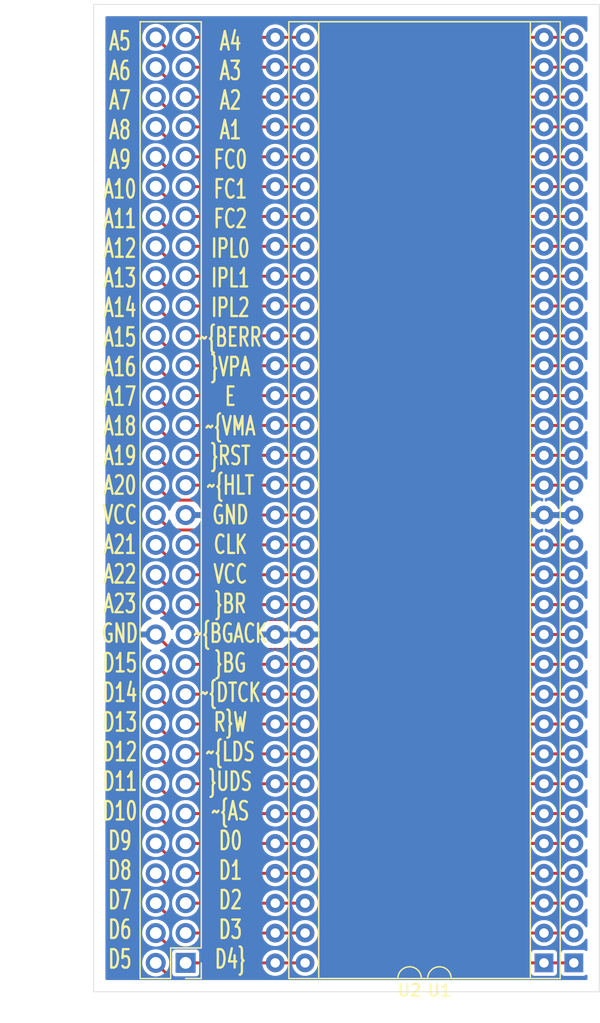
<source format=kicad_pcb>
(kicad_pcb (version 20171130) (host pcbnew 5.1.5-52549c5~84~ubuntu19.10.1)
  (layers (0 F.Cu signal) (31 B.Cu signal) (34 B.Paste user) (35 F.Paste user) (36 B.SilkS user) (37 F.SilkS user) (38 B.Mask user) (39 F.Mask user) (44 Edge.Cuts user))
  (net 0 "")
  (net 1 /D4)
  (net 2 /D5)
  (net 3 /D3)
  (net 4 /D6)
  (net 5 /D2)
  (net 6 /D7)
  (net 7 /D1)
  (net 8 /D8)
  (net 9 /D0)
  (net 10 /D9)
  (net 11 /~AS)
  (net 12 /D10)
  (net 13 /~UDS)
  (net 14 /D11)
  (net 15 /~LDS)
  (net 16 /D12)
  (net 17 /R~W)
  (net 18 /D13)
  (net 19 /~DTACK)
  (net 20 /D14)
  (net 21 /D15)
  (net 22 /~BGACK)
  (net 23 /~BR)
  (net 24 /A23)
  (net 25 /VCC1)
  (net 26 /A22)
  (net 27 /CLK)
  (net 28 /A21)
  (net 29 /VCC2)
  (net 30 /~HALT)
  (net 31 /A20)
  (net 32 /~RESET)
  (net 33 /A19)
  (net 34 /~VMA)
  (net 35 /A18)
  (net 36 /E)
  (net 37 /A17)
  (net 38 /~VPA)
  (net 39 /A16)
  (net 40 /~BERR)
  (net 41 /A15)
  (net 42 /IPL2)
  (net 43 /A14)
  (net 44 /IPL1)
  (net 45 /A13)
  (net 46 /IPL0)
  (net 47 /A12)
  (net 48 /FC2)
  (net 49 /A11)
  (net 50 /FC1)
  (net 51 /A10)
  (net 52 /FC0)
  (net 53 /A9)
  (net 54 /A1)
  (net 55 /A8)
  (net 56 /A2)
  (net 57 /A7)
  (net 58 /A3)
  (net 59 /A6)
  (net 60 /A4)
  (net 61 /A5)
  (net 62 /~BG)
  (net 63 GND)
  (module Housings_DIP:DIP-64_W22.86mm (layer F.Cu) (at 116.84 129.54 180)
    (fp_text reference U1 (at 11.43 -2.33) (layer F.SilkS))
    (fp_text value 68000D)
    (pad 1 thru_hole rect (at 0 0 180) (size 1.6 1.6) (drill 0.8) (layers *.Cu *.Mask) (net 1 /D4))
    (pad 33 thru_hole oval (at 22.86 78.74 180) (size 1.6 1.6) (drill 0.8) (layers *.Cu *.Mask) (net 61 /A5))
    (pad 2 thru_hole oval (at 0 2.54 180) (size 1.6 1.6) (drill 0.8) (layers *.Cu *.Mask) (net 3 /D3))
    (pad 34 thru_hole oval (at 22.86 76.2 180) (size 1.6 1.6) (drill 0.8) (layers *.Cu *.Mask) (net 59 /A6))
    (pad 3 thru_hole oval (at 0 5.08 180) (size 1.6 1.6) (drill 0.8) (layers *.Cu *.Mask) (net 5 /D2))
    (pad 35 thru_hole oval (at 22.86 73.66 180) (size 1.6 1.6) (drill 0.8) (layers *.Cu *.Mask) (net 57 /A7))
    (pad 4 thru_hole oval (at 0 7.62 180) (size 1.6 1.6) (drill 0.8) (layers *.Cu *.Mask) (net 7 /D1))
    (pad 36 thru_hole oval (at 22.86 71.12 180) (size 1.6 1.6) (drill 0.8) (layers *.Cu *.Mask) (net 55 /A8))
    (pad 5 thru_hole oval (at 0 10.16 180) (size 1.6 1.6) (drill 0.8) (layers *.Cu *.Mask) (net 9 /D0))
    (pad 37 thru_hole oval (at 22.86 68.58 180) (size 1.6 1.6) (drill 0.8) (layers *.Cu *.Mask) (net 53 /A9))
    (pad 6 thru_hole oval (at 0 12.7 180) (size 1.6 1.6) (drill 0.8) (layers *.Cu *.Mask) (net 11 /~AS))
    (pad 38 thru_hole oval (at 22.86 66.04 180) (size 1.6 1.6) (drill 0.8) (layers *.Cu *.Mask) (net 51 /A10))
    (pad 7 thru_hole oval (at 0 15.24 180) (size 1.6 1.6) (drill 0.8) (layers *.Cu *.Mask) (net 13 /~UDS))
    (pad 39 thru_hole oval (at 22.86 63.5 180) (size 1.6 1.6) (drill 0.8) (layers *.Cu *.Mask) (net 49 /A11))
    (pad 8 thru_hole oval (at 0 17.78 180) (size 1.6 1.6) (drill 0.8) (layers *.Cu *.Mask) (net 15 /~LDS))
    (pad 40 thru_hole oval (at 22.86 60.96 180) (size 1.6 1.6) (drill 0.8) (layers *.Cu *.Mask) (net 47 /A12))
    (pad 9 thru_hole oval (at 0 20.32 180) (size 1.6 1.6) (drill 0.8) (layers *.Cu *.Mask) (net 17 /R~W))
    (pad 41 thru_hole oval (at 22.86 58.42 180) (size 1.6 1.6) (drill 0.8) (layers *.Cu *.Mask) (net 45 /A13))
    (pad 10 thru_hole oval (at 0 22.86 180) (size 1.6 1.6) (drill 0.8) (layers *.Cu *.Mask) (net 19 /~DTACK))
    (pad 42 thru_hole oval (at 22.86 55.88 180) (size 1.6 1.6) (drill 0.8) (layers *.Cu *.Mask) (net 43 /A14))
    (pad 11 thru_hole oval (at 0 25.4 180) (size 1.6 1.6) (drill 0.8) (layers *.Cu *.Mask) (net 62 /~BG))
    (pad 43 thru_hole oval (at 22.86 53.34 180) (size 1.6 1.6) (drill 0.8) (layers *.Cu *.Mask) (net 41 /A15))
    (pad 12 thru_hole oval (at 0 27.94 180) (size 1.6 1.6) (drill 0.8) (layers *.Cu *.Mask) (net 22 /~BGACK))
    (pad 44 thru_hole oval (at 22.86 50.8 180) (size 1.6 1.6) (drill 0.8) (layers *.Cu *.Mask) (net 39 /A16))
    (pad 13 thru_hole oval (at 0 30.48 180) (size 1.6 1.6) (drill 0.8) (layers *.Cu *.Mask) (net 23 /~BR))
    (pad 45 thru_hole oval (at 22.86 48.26 180) (size 1.6 1.6) (drill 0.8) (layers *.Cu *.Mask) (net 37 /A17))
    (pad 14 thru_hole oval (at 0 33.02 180) (size 1.6 1.6) (drill 0.8) (layers *.Cu *.Mask) (net 25 /VCC1))
    (pad 46 thru_hole oval (at 22.86 45.72 180) (size 1.6 1.6) (drill 0.8) (layers *.Cu *.Mask) (net 35 /A18))
    (pad 15 thru_hole oval (at 0 35.56 180) (size 1.6 1.6) (drill 0.8) (layers *.Cu *.Mask) (net 27 /CLK))
    (pad 47 thru_hole oval (at 22.86 43.18 180) (size 1.6 1.6) (drill 0.8) (layers *.Cu *.Mask) (net 33 /A19))
    (pad 16 thru_hole oval (at 0 38.1 180) (size 1.6 1.6) (drill 0.8) (layers *.Cu *.Mask) (net 63 GND))
    (pad 48 thru_hole oval (at 22.86 40.64 180) (size 1.6 1.6) (drill 0.8) (layers *.Cu *.Mask) (net 31 /A20))
    (pad 17 thru_hole oval (at 0 40.64 180) (size 1.6 1.6) (drill 0.8) (layers *.Cu *.Mask) (net 30 /~HALT))
    (pad 49 thru_hole oval (at 22.86 38.1 180) (size 1.6 1.6) (drill 0.8) (layers *.Cu *.Mask) (net 29 /VCC2))
    (pad 18 thru_hole oval (at 0 43.18 180) (size 1.6 1.6) (drill 0.8) (layers *.Cu *.Mask) (net 32 /~RESET))
    (pad 50 thru_hole oval (at 22.86 35.56 180) (size 1.6 1.6) (drill 0.8) (layers *.Cu *.Mask) (net 28 /A21))
    (pad 19 thru_hole oval (at 0 45.72 180) (size 1.6 1.6) (drill 0.8) (layers *.Cu *.Mask) (net 34 /~VMA))
    (pad 51 thru_hole oval (at 22.86 33.02 180) (size 1.6 1.6) (drill 0.8) (layers *.Cu *.Mask) (net 26 /A22))
    (pad 20 thru_hole oval (at 0 48.26 180) (size 1.6 1.6) (drill 0.8) (layers *.Cu *.Mask) (net 36 /E))
    (pad 52 thru_hole oval (at 22.86 30.48 180) (size 1.6 1.6) (drill 0.8) (layers *.Cu *.Mask) (net 24 /A23))
    (pad 21 thru_hole oval (at 0 50.8 180) (size 1.6 1.6) (drill 0.8) (layers *.Cu *.Mask) (net 38 /~VPA))
    (pad 53 thru_hole oval (at 22.86 27.94 180) (size 1.6 1.6) (drill 0.8) (layers *.Cu *.Mask) (net 63 GND))
    (pad 22 thru_hole oval (at 0 53.34 180) (size 1.6 1.6) (drill 0.8) (layers *.Cu *.Mask) (net 40 /~BERR))
    (pad 54 thru_hole oval (at 22.86 25.4 180) (size 1.6 1.6) (drill 0.8) (layers *.Cu *.Mask) (net 21 /D15))
    (pad 23 thru_hole oval (at 0 55.88 180) (size 1.6 1.6) (drill 0.8) (layers *.Cu *.Mask) (net 42 /IPL2))
    (pad 55 thru_hole oval (at 22.86 22.86 180) (size 1.6 1.6) (drill 0.8) (layers *.Cu *.Mask) (net 20 /D14))
    (pad 24 thru_hole oval (at 0 58.42 180) (size 1.6 1.6) (drill 0.8) (layers *.Cu *.Mask) (net 44 /IPL1))
    (pad 56 thru_hole oval (at 22.86 20.32 180) (size 1.6 1.6) (drill 0.8) (layers *.Cu *.Mask) (net 18 /D13))
    (pad 25 thru_hole oval (at 0 60.96 180) (size 1.6 1.6) (drill 0.8) (layers *.Cu *.Mask) (net 46 /IPL0))
    (pad 57 thru_hole oval (at 22.86 17.78 180) (size 1.6 1.6) (drill 0.8) (layers *.Cu *.Mask) (net 16 /D12))
    (pad 26 thru_hole oval (at 0 63.5 180) (size 1.6 1.6) (drill 0.8) (layers *.Cu *.Mask) (net 48 /FC2))
    (pad 58 thru_hole oval (at 22.86 15.24 180) (size 1.6 1.6) (drill 0.8) (layers *.Cu *.Mask) (net 14 /D11))
    (pad 27 thru_hole oval (at 0 66.04 180) (size 1.6 1.6) (drill 0.8) (layers *.Cu *.Mask) (net 50 /FC1))
    (pad 59 thru_hole oval (at 22.86 12.7 180) (size 1.6 1.6) (drill 0.8) (layers *.Cu *.Mask) (net 12 /D10))
    (pad 28 thru_hole oval (at 0 68.58 180) (size 1.6 1.6) (drill 0.8) (layers *.Cu *.Mask) (net 52 /FC0))
    (pad 60 thru_hole oval (at 22.86 10.16 180) (size 1.6 1.6) (drill 0.8) (layers *.Cu *.Mask) (net 10 /D9))
    (pad 29 thru_hole oval (at 0 71.12 180) (size 1.6 1.6) (drill 0.8) (layers *.Cu *.Mask) (net 54 /A1))
    (pad 61 thru_hole oval (at 22.86 7.62 180) (size 1.6 1.6) (drill 0.8) (layers *.Cu *.Mask) (net 8 /D8))
    (pad 30 thru_hole oval (at 0 73.66 180) (size 1.6 1.6) (drill 0.8) (layers *.Cu *.Mask) (net 56 /A2))
    (pad 62 thru_hole oval (at 22.86 5.08 180) (size 1.6 1.6) (drill 0.8) (layers *.Cu *.Mask) (net 6 /D7))
    (pad 31 thru_hole oval (at 0 76.2 180) (size 1.6 1.6) (drill 0.8) (layers *.Cu *.Mask) (net 58 /A3))
    (pad 63 thru_hole oval (at 22.86 2.54 180) (size 1.6 1.6) (drill 0.8) (layers *.Cu *.Mask) (net 4 /D6))
    (pad 32 thru_hole oval (at 0 78.74 180) (size 1.6 1.6) (drill 0.8) (layers *.Cu *.Mask) (net 60 /A4))
    (pad 64 thru_hole oval (at 22.86 0 180) (size 1.6 1.6) (drill 0.8) (layers *.Cu *.Mask) (net 2 /D5))
  )
  (module Housings_DIP:DIP-64_W22.86mm (layer F.Cu) (at 114.3 129.54 180)
    (fp_text reference U2 (at 11.43 -2.33) (layer F.SilkS))
    (fp_text value 68000D)
    (pad 1 thru_hole rect (at 0 0 180) (size 1.6 1.6) (drill 0.8) (layers *.Cu *.Mask) (net 1 /D4))
    (pad 33 thru_hole oval (at 22.86 78.74 180) (size 1.6 1.6) (drill 0.8) (layers *.Cu *.Mask) (net 61 /A5))
    (pad 2 thru_hole oval (at 0 2.54 180) (size 1.6 1.6) (drill 0.8) (layers *.Cu *.Mask) (net 3 /D3))
    (pad 34 thru_hole oval (at 22.86 76.2 180) (size 1.6 1.6) (drill 0.8) (layers *.Cu *.Mask) (net 59 /A6))
    (pad 3 thru_hole oval (at 0 5.08 180) (size 1.6 1.6) (drill 0.8) (layers *.Cu *.Mask) (net 5 /D2))
    (pad 35 thru_hole oval (at 22.86 73.66 180) (size 1.6 1.6) (drill 0.8) (layers *.Cu *.Mask) (net 57 /A7))
    (pad 4 thru_hole oval (at 0 7.62 180) (size 1.6 1.6) (drill 0.8) (layers *.Cu *.Mask) (net 7 /D1))
    (pad 36 thru_hole oval (at 22.86 71.12 180) (size 1.6 1.6) (drill 0.8) (layers *.Cu *.Mask) (net 55 /A8))
    (pad 5 thru_hole oval (at 0 10.16 180) (size 1.6 1.6) (drill 0.8) (layers *.Cu *.Mask) (net 9 /D0))
    (pad 37 thru_hole oval (at 22.86 68.58 180) (size 1.6 1.6) (drill 0.8) (layers *.Cu *.Mask) (net 53 /A9))
    (pad 6 thru_hole oval (at 0 12.7 180) (size 1.6 1.6) (drill 0.8) (layers *.Cu *.Mask) (net 11 /~AS))
    (pad 38 thru_hole oval (at 22.86 66.04 180) (size 1.6 1.6) (drill 0.8) (layers *.Cu *.Mask) (net 51 /A10))
    (pad 7 thru_hole oval (at 0 15.24 180) (size 1.6 1.6) (drill 0.8) (layers *.Cu *.Mask) (net 13 /~UDS))
    (pad 39 thru_hole oval (at 22.86 63.5 180) (size 1.6 1.6) (drill 0.8) (layers *.Cu *.Mask) (net 49 /A11))
    (pad 8 thru_hole oval (at 0 17.78 180) (size 1.6 1.6) (drill 0.8) (layers *.Cu *.Mask) (net 15 /~LDS))
    (pad 40 thru_hole oval (at 22.86 60.96 180) (size 1.6 1.6) (drill 0.8) (layers *.Cu *.Mask) (net 47 /A12))
    (pad 9 thru_hole oval (at 0 20.32 180) (size 1.6 1.6) (drill 0.8) (layers *.Cu *.Mask) (net 17 /R~W))
    (pad 41 thru_hole oval (at 22.86 58.42 180) (size 1.6 1.6) (drill 0.8) (layers *.Cu *.Mask) (net 45 /A13))
    (pad 10 thru_hole oval (at 0 22.86 180) (size 1.6 1.6) (drill 0.8) (layers *.Cu *.Mask) (net 19 /~DTACK))
    (pad 42 thru_hole oval (at 22.86 55.88 180) (size 1.6 1.6) (drill 0.8) (layers *.Cu *.Mask) (net 43 /A14))
    (pad 11 thru_hole oval (at 0 25.4 180) (size 1.6 1.6) (drill 0.8) (layers *.Cu *.Mask) (net 62 /~BG))
    (pad 43 thru_hole oval (at 22.86 53.34 180) (size 1.6 1.6) (drill 0.8) (layers *.Cu *.Mask) (net 41 /A15))
    (pad 12 thru_hole oval (at 0 27.94 180) (size 1.6 1.6) (drill 0.8) (layers *.Cu *.Mask) (net 22 /~BGACK))
    (pad 44 thru_hole oval (at 22.86 50.8 180) (size 1.6 1.6) (drill 0.8) (layers *.Cu *.Mask) (net 39 /A16))
    (pad 13 thru_hole oval (at 0 30.48 180) (size 1.6 1.6) (drill 0.8) (layers *.Cu *.Mask) (net 23 /~BR))
    (pad 45 thru_hole oval (at 22.86 48.26 180) (size 1.6 1.6) (drill 0.8) (layers *.Cu *.Mask) (net 37 /A17))
    (pad 14 thru_hole oval (at 0 33.02 180) (size 1.6 1.6) (drill 0.8) (layers *.Cu *.Mask) (net 25 /VCC1))
    (pad 46 thru_hole oval (at 22.86 45.72 180) (size 1.6 1.6) (drill 0.8) (layers *.Cu *.Mask) (net 35 /A18))
    (pad 15 thru_hole oval (at 0 35.56 180) (size 1.6 1.6) (drill 0.8) (layers *.Cu *.Mask) (net 27 /CLK))
    (pad 47 thru_hole oval (at 22.86 43.18 180) (size 1.6 1.6) (drill 0.8) (layers *.Cu *.Mask) (net 33 /A19))
    (pad 16 thru_hole oval (at 0 38.1 180) (size 1.6 1.6) (drill 0.8) (layers *.Cu *.Mask) (net 63 GND))
    (pad 48 thru_hole oval (at 22.86 40.64 180) (size 1.6 1.6) (drill 0.8) (layers *.Cu *.Mask) (net 31 /A20))
    (pad 17 thru_hole oval (at 0 40.64 180) (size 1.6 1.6) (drill 0.8) (layers *.Cu *.Mask) (net 30 /~HALT))
    (pad 49 thru_hole oval (at 22.86 38.1 180) (size 1.6 1.6) (drill 0.8) (layers *.Cu *.Mask) (net 29 /VCC2))
    (pad 18 thru_hole oval (at 0 43.18 180) (size 1.6 1.6) (drill 0.8) (layers *.Cu *.Mask) (net 32 /~RESET))
    (pad 50 thru_hole oval (at 22.86 35.56 180) (size 1.6 1.6) (drill 0.8) (layers *.Cu *.Mask) (net 28 /A21))
    (pad 19 thru_hole oval (at 0 45.72 180) (size 1.6 1.6) (drill 0.8) (layers *.Cu *.Mask) (net 34 /~VMA))
    (pad 51 thru_hole oval (at 22.86 33.02 180) (size 1.6 1.6) (drill 0.8) (layers *.Cu *.Mask) (net 26 /A22))
    (pad 20 thru_hole oval (at 0 48.26 180) (size 1.6 1.6) (drill 0.8) (layers *.Cu *.Mask) (net 36 /E))
    (pad 52 thru_hole oval (at 22.86 30.48 180) (size 1.6 1.6) (drill 0.8) (layers *.Cu *.Mask) (net 24 /A23))
    (pad 21 thru_hole oval (at 0 50.8 180) (size 1.6 1.6) (drill 0.8) (layers *.Cu *.Mask) (net 38 /~VPA))
    (pad 53 thru_hole oval (at 22.86 27.94 180) (size 1.6 1.6) (drill 0.8) (layers *.Cu *.Mask) (net 63 GND))
    (pad 22 thru_hole oval (at 0 53.34 180) (size 1.6 1.6) (drill 0.8) (layers *.Cu *.Mask) (net 40 /~BERR))
    (pad 54 thru_hole oval (at 22.86 25.4 180) (size 1.6 1.6) (drill 0.8) (layers *.Cu *.Mask) (net 21 /D15))
    (pad 23 thru_hole oval (at 0 55.88 180) (size 1.6 1.6) (drill 0.8) (layers *.Cu *.Mask) (net 42 /IPL2))
    (pad 55 thru_hole oval (at 22.86 22.86 180) (size 1.6 1.6) (drill 0.8) (layers *.Cu *.Mask) (net 20 /D14))
    (pad 24 thru_hole oval (at 0 58.42 180) (size 1.6 1.6) (drill 0.8) (layers *.Cu *.Mask) (net 44 /IPL1))
    (pad 56 thru_hole oval (at 22.86 20.32 180) (size 1.6 1.6) (drill 0.8) (layers *.Cu *.Mask) (net 18 /D13))
    (pad 25 thru_hole oval (at 0 60.96 180) (size 1.6 1.6) (drill 0.8) (layers *.Cu *.Mask) (net 46 /IPL0))
    (pad 57 thru_hole oval (at 22.86 17.78 180) (size 1.6 1.6) (drill 0.8) (layers *.Cu *.Mask) (net 16 /D12))
    (pad 26 thru_hole oval (at 0 63.5 180) (size 1.6 1.6) (drill 0.8) (layers *.Cu *.Mask) (net 48 /FC2))
    (pad 58 thru_hole oval (at 22.86 15.24 180) (size 1.6 1.6) (drill 0.8) (layers *.Cu *.Mask) (net 14 /D11))
    (pad 27 thru_hole oval (at 0 66.04 180) (size 1.6 1.6) (drill 0.8) (layers *.Cu *.Mask) (net 50 /FC1))
    (pad 59 thru_hole oval (at 22.86 12.7 180) (size 1.6 1.6) (drill 0.8) (layers *.Cu *.Mask) (net 12 /D10))
    (pad 28 thru_hole oval (at 0 68.58 180) (size 1.6 1.6) (drill 0.8) (layers *.Cu *.Mask) (net 52 /FC0))
    (pad 60 thru_hole oval (at 22.86 10.16 180) (size 1.6 1.6) (drill 0.8) (layers *.Cu *.Mask) (net 10 /D9))
    (pad 29 thru_hole oval (at 0 71.12 180) (size 1.6 1.6) (drill 0.8) (layers *.Cu *.Mask) (net 54 /A1))
    (pad 61 thru_hole oval (at 22.86 7.62 180) (size 1.6 1.6) (drill 0.8) (layers *.Cu *.Mask) (net 8 /D8))
    (pad 30 thru_hole oval (at 0 73.66 180) (size 1.6 1.6) (drill 0.8) (layers *.Cu *.Mask) (net 56 /A2))
    (pad 62 thru_hole oval (at 22.86 5.08 180) (size 1.6 1.6) (drill 0.8) (layers *.Cu *.Mask) (net 6 /D7))
    (pad 31 thru_hole oval (at 0 76.2 180) (size 1.6 1.6) (drill 0.8) (layers *.Cu *.Mask) (net 58 /A3))
    (pad 63 thru_hole oval (at 22.86 2.54 180) (size 1.6 1.6) (drill 0.8) (layers *.Cu *.Mask) (net 4 /D6))
    (pad 32 thru_hole oval (at 0 78.74 180) (size 1.6 1.6) (drill 0.8) (layers *.Cu *.Mask) (net 60 /A4))
    (pad 64 thru_hole oval (at 22.86 0 180) (size 1.6 1.6) (drill 0.8) (layers *.Cu *.Mask) (net 2 /D5))
  )
  (module Pin_Headers:Pin_Header_Straight_2x32_Pitch2.54mm (layer F.Cu) (at 83.82 129.54 180)
    (fp_text reference J1 hide)
    (fp_text value CONN_02X32)
    (pad 1 thru_hole rect (at 0 0 180) (size 1.7 1.7) (drill 1) (layers *.Cu *.Mask) (net 1 /D4))
    (pad 2 thru_hole oval (at 2.54 0 180) (size 1.7 1.7) (drill 1) (layers *.Cu *.Mask) (net 2 /D5))
    (pad 3 thru_hole oval (at 0 2.54 180) (size 1.7 1.7) (drill 1) (layers *.Cu *.Mask) (net 3 /D3))
    (pad 4 thru_hole oval (at 2.54 2.54 180) (size 1.7 1.7) (drill 1) (layers *.Cu *.Mask) (net 4 /D6))
    (pad 5 thru_hole oval (at 0 5.08 180) (size 1.7 1.7) (drill 1) (layers *.Cu *.Mask) (net 5 /D2))
    (pad 6 thru_hole oval (at 2.54 5.08 180) (size 1.7 1.7) (drill 1) (layers *.Cu *.Mask) (net 6 /D7))
    (pad 7 thru_hole oval (at 0 7.62 180) (size 1.7 1.7) (drill 1) (layers *.Cu *.Mask) (net 7 /D1))
    (pad 8 thru_hole oval (at 2.54 7.62 180) (size 1.7 1.7) (drill 1) (layers *.Cu *.Mask) (net 8 /D8))
    (pad 9 thru_hole oval (at 0 10.16 180) (size 1.7 1.7) (drill 1) (layers *.Cu *.Mask) (net 9 /D0))
    (pad 10 thru_hole oval (at 2.54 10.16 180) (size 1.7 1.7) (drill 1) (layers *.Cu *.Mask) (net 10 /D9))
    (pad 11 thru_hole oval (at 0 12.7 180) (size 1.7 1.7) (drill 1) (layers *.Cu *.Mask) (net 11 /~AS))
    (pad 12 thru_hole oval (at 2.54 12.7 180) (size 1.7 1.7) (drill 1) (layers *.Cu *.Mask) (net 12 /D10))
    (pad 13 thru_hole oval (at 0 15.24 180) (size 1.7 1.7) (drill 1) (layers *.Cu *.Mask) (net 13 /~UDS))
    (pad 14 thru_hole oval (at 2.54 15.24 180) (size 1.7 1.7) (drill 1) (layers *.Cu *.Mask) (net 14 /D11))
    (pad 15 thru_hole oval (at 0 17.78 180) (size 1.7 1.7) (drill 1) (layers *.Cu *.Mask) (net 15 /~LDS))
    (pad 16 thru_hole oval (at 2.54 17.78 180) (size 1.7 1.7) (drill 1) (layers *.Cu *.Mask) (net 16 /D12))
    (pad 17 thru_hole oval (at 0 20.32 180) (size 1.7 1.7) (drill 1) (layers *.Cu *.Mask) (net 17 /R~W))
    (pad 18 thru_hole oval (at 2.54 20.32 180) (size 1.7 1.7) (drill 1) (layers *.Cu *.Mask) (net 18 /D13))
    (pad 19 thru_hole oval (at 0 22.86 180) (size 1.7 1.7) (drill 1) (layers *.Cu *.Mask) (net 19 /~DTACK))
    (pad 20 thru_hole oval (at 2.54 22.86 180) (size 1.7 1.7) (drill 1) (layers *.Cu *.Mask) (net 20 /D14))
    (pad 21 thru_hole oval (at 0 25.4 180) (size 1.7 1.7) (drill 1) (layers *.Cu *.Mask) (net 62 /~BG))
    (pad 22 thru_hole oval (at 2.54 25.4 180) (size 1.7 1.7) (drill 1) (layers *.Cu *.Mask) (net 21 /D15))
    (pad 23 thru_hole oval (at 0 27.94 180) (size 1.7 1.7) (drill 1) (layers *.Cu *.Mask) (net 22 /~BGACK))
    (pad 24 thru_hole oval (at 2.54 27.94 180) (size 1.7 1.7) (drill 1) (layers *.Cu *.Mask) (net 63 GND))
    (pad 25 thru_hole oval (at 0 30.48 180) (size 1.7 1.7) (drill 1) (layers *.Cu *.Mask) (net 23 /~BR))
    (pad 26 thru_hole oval (at 2.54 30.48 180) (size 1.7 1.7) (drill 1) (layers *.Cu *.Mask) (net 24 /A23))
    (pad 27 thru_hole oval (at 0 33.02 180) (size 1.7 1.7) (drill 1) (layers *.Cu *.Mask) (net 25 /VCC1))
    (pad 28 thru_hole oval (at 2.54 33.02 180) (size 1.7 1.7) (drill 1) (layers *.Cu *.Mask) (net 26 /A22))
    (pad 29 thru_hole oval (at 0 35.56 180) (size 1.7 1.7) (drill 1) (layers *.Cu *.Mask) (net 27 /CLK))
    (pad 30 thru_hole oval (at 2.54 35.56 180) (size 1.7 1.7) (drill 1) (layers *.Cu *.Mask) (net 28 /A21))
    (pad 31 thru_hole oval (at 0 38.1 180) (size 1.7 1.7) (drill 1) (layers *.Cu *.Mask) (net 63 GND))
    (pad 32 thru_hole oval (at 2.54 38.1 180) (size 1.7 1.7) (drill 1) (layers *.Cu *.Mask) (net 29 /VCC2))
    (pad 33 thru_hole oval (at 0 40.64 180) (size 1.7 1.7) (drill 1) (layers *.Cu *.Mask) (net 30 /~HALT))
    (pad 34 thru_hole oval (at 2.54 40.64 180) (size 1.7 1.7) (drill 1) (layers *.Cu *.Mask) (net 31 /A20))
    (pad 35 thru_hole oval (at 0 43.18 180) (size 1.7 1.7) (drill 1) (layers *.Cu *.Mask) (net 32 /~RESET))
    (pad 36 thru_hole oval (at 2.54 43.18 180) (size 1.7 1.7) (drill 1) (layers *.Cu *.Mask) (net 33 /A19))
    (pad 37 thru_hole oval (at 0 45.72 180) (size 1.7 1.7) (drill 1) (layers *.Cu *.Mask) (net 34 /~VMA))
    (pad 38 thru_hole oval (at 2.54 45.72 180) (size 1.7 1.7) (drill 1) (layers *.Cu *.Mask) (net 35 /A18))
    (pad 39 thru_hole oval (at 0 48.26 180) (size 1.7 1.7) (drill 1) (layers *.Cu *.Mask) (net 36 /E))
    (pad 40 thru_hole oval (at 2.54 48.26 180) (size 1.7 1.7) (drill 1) (layers *.Cu *.Mask) (net 37 /A17))
    (pad 41 thru_hole oval (at 0 50.8 180) (size 1.7 1.7) (drill 1) (layers *.Cu *.Mask) (net 38 /~VPA))
    (pad 42 thru_hole oval (at 2.54 50.8 180) (size 1.7 1.7) (drill 1) (layers *.Cu *.Mask) (net 39 /A16))
    (pad 43 thru_hole oval (at 0 53.34 180) (size 1.7 1.7) (drill 1) (layers *.Cu *.Mask) (net 40 /~BERR))
    (pad 44 thru_hole oval (at 2.54 53.34 180) (size 1.7 1.7) (drill 1) (layers *.Cu *.Mask) (net 41 /A15))
    (pad 45 thru_hole oval (at 0 55.88 180) (size 1.7 1.7) (drill 1) (layers *.Cu *.Mask) (net 42 /IPL2))
    (pad 46 thru_hole oval (at 2.54 55.88 180) (size 1.7 1.7) (drill 1) (layers *.Cu *.Mask) (net 43 /A14))
    (pad 47 thru_hole oval (at 0 58.42 180) (size 1.7 1.7) (drill 1) (layers *.Cu *.Mask) (net 44 /IPL1))
    (pad 48 thru_hole oval (at 2.54 58.42 180) (size 1.7 1.7) (drill 1) (layers *.Cu *.Mask) (net 45 /A13))
    (pad 49 thru_hole oval (at 0 60.96 180) (size 1.7 1.7) (drill 1) (layers *.Cu *.Mask) (net 46 /IPL0))
    (pad 50 thru_hole oval (at 2.54 60.96 180) (size 1.7 1.7) (drill 1) (layers *.Cu *.Mask) (net 47 /A12))
    (pad 51 thru_hole oval (at 0 63.5 180) (size 1.7 1.7) (drill 1) (layers *.Cu *.Mask) (net 48 /FC2))
    (pad 52 thru_hole oval (at 2.54 63.5 180) (size 1.7 1.7) (drill 1) (layers *.Cu *.Mask) (net 49 /A11))
    (pad 53 thru_hole oval (at 0 66.04 180) (size 1.7 1.7) (drill 1) (layers *.Cu *.Mask) (net 50 /FC1))
    (pad 54 thru_hole oval (at 2.54 66.04 180) (size 1.7 1.7) (drill 1) (layers *.Cu *.Mask) (net 51 /A10))
    (pad 55 thru_hole oval (at 0 68.58 180) (size 1.7 1.7) (drill 1) (layers *.Cu *.Mask) (net 52 /FC0))
    (pad 56 thru_hole oval (at 2.54 68.58 180) (size 1.7 1.7) (drill 1) (layers *.Cu *.Mask) (net 53 /A9))
    (pad 57 thru_hole oval (at 0 71.12 180) (size 1.7 1.7) (drill 1) (layers *.Cu *.Mask) (net 54 /A1))
    (pad 58 thru_hole oval (at 2.54 71.12 180) (size 1.7 1.7) (drill 1) (layers *.Cu *.Mask) (net 55 /A8))
    (pad 59 thru_hole oval (at 0 73.66 180) (size 1.7 1.7) (drill 1) (layers *.Cu *.Mask) (net 56 /A2))
    (pad 60 thru_hole oval (at 2.54 73.66 180) (size 1.7 1.7) (drill 1) (layers *.Cu *.Mask) (net 57 /A7))
    (pad 61 thru_hole oval (at 0 76.2 180) (size 1.7 1.7) (drill 1) (layers *.Cu *.Mask) (net 58 /A3))
    (pad 62 thru_hole oval (at 2.54 76.2 180) (size 1.7 1.7) (drill 1) (layers *.Cu *.Mask) (net 59 /A6))
    (pad 63 thru_hole oval (at 0 78.74 180) (size 1.7 1.7) (drill 1) (layers *.Cu *.Mask) (net 60 /A4))
    (pad 64 thru_hole oval (at 2.54 78.74 180) (size 1.7 1.7) (drill 1) (layers *.Cu *.Mask) (net 61 /A5))
  )
  (gr_text "A4\nA3\nA2\nA1\nFC0\nFC1\nFC2\nIPL0\nIPL1\nIPL2\n~BERR\n~VPA\nE\n~VMA\n~RST\n~HLT\nGND\nCLK\nVCC\n~BR\n~BGACK\n~BG\n~DTCK\nR~W\n~LDS\n~UDS\n~AS\nD0\nD1\nD2\nD3\nD4" (at 87.63 90.17) (layer F.SilkS) (effects (font (size 1.565 1) (thickness 0.2))))
  (gr_text "A5\nA6\nA7\nA8\nA9\nA10\nA11\nA12\nA13\nA14\nA15\nA16\nA17\nA18\nA19\nA20\nVCC\nA21\nA22\nA23\nGND\nD15\nD14\nD13\nD12\nD11\nD10\nD9\nD8\nD7\nD6\nD5" (at 78.232 90.17) (layer F.SilkS) (effects (font (size 1.565 1) (thickness 0.2))))
  (gr_line (start 76 132) (end 76 48) (layer Edge.Cuts) (width 0.05))
  (gr_line (start 119 132) (end 76 132) (layer Edge.Cuts) (width 0.05))
  (gr_line (start 119 48) (end 119 132) (layer Edge.Cuts) (width 0.05))
  (gr_line (start 76 48) (end 119 48) (layer Edge.Cuts) (width 0.05))
  (segment (start 114.3 129.54) (end 116.84 129.54) (width 0.25) (layer F.Cu) (net 1))
  (segment (start 85.09 129.54) (end 86.36 128.27) (width 0.25) (layer F.Cu) (net 1))
  (segment (start 111.125 128.27) (end 112.395 129.54) (width 0.25) (layer F.Cu) (net 1))
  (segment (start 83.82 129.54) (end 85.09 129.54) (width 0.25) (layer F.Cu) (net 1))
  (segment (start 112.395 129.54) (end 114.3 129.54) (width 0.25) (layer F.Cu) (net 1))
  (segment (start 86.36 128.27) (end 111.125 128.27) (width 0.25) (layer F.Cu) (net 1))
  (segment (start 91.44 129.54) (end 93.98 129.54) (width 0.25) (layer F.Cu) (net 2))
  (segment (start 85.09 130.81) (end 86.36 129.54) (width 0.25) (layer F.Cu) (net 2))
  (segment (start 86.36 129.54) (end 91.44 129.54) (width 0.25) (layer F.Cu) (net 2))
  (segment (start 82.55 130.81) (end 85.09 130.81) (width 0.25) (layer F.Cu) (net 2))
  (segment (start 81.28 129.54) (end 82.55 130.81) (width 0.25) (layer F.Cu) (net 2))
  (segment (start 114.3 127) (end 116.84 127) (width 0.25) (layer F.Cu) (net 3))
  (segment (start 85.09 127) (end 86.36 125.73) (width 0.25) (layer F.Cu) (net 3))
  (segment (start 111.125 125.73) (end 112.395 127) (width 0.25) (layer F.Cu) (net 3))
  (segment (start 83.82 127) (end 85.09 127) (width 0.25) (layer F.Cu) (net 3))
  (segment (start 112.395 127) (end 114.3 127) (width 0.25) (layer F.Cu) (net 3))
  (segment (start 86.36 125.73) (end 111.125 125.73) (width 0.25) (layer F.Cu) (net 3))
  (segment (start 91.44 127) (end 93.98 127) (width 0.25) (layer F.Cu) (net 4))
  (segment (start 85.09 128.27) (end 86.36 127) (width 0.25) (layer F.Cu) (net 4))
  (segment (start 86.36 127) (end 91.44 127) (width 0.25) (layer F.Cu) (net 4))
  (segment (start 82.55 128.27) (end 85.09 128.27) (width 0.25) (layer F.Cu) (net 4))
  (segment (start 81.28 127) (end 82.55 128.27) (width 0.25) (layer F.Cu) (net 4))
  (segment (start 114.3 124.46) (end 116.84 124.46) (width 0.25) (layer F.Cu) (net 5))
  (segment (start 85.09 124.46) (end 86.36 123.19) (width 0.25) (layer F.Cu) (net 5))
  (segment (start 111.125 123.19) (end 112.395 124.46) (width 0.25) (layer F.Cu) (net 5))
  (segment (start 83.82 124.46) (end 85.09 124.46) (width 0.25) (layer F.Cu) (net 5))
  (segment (start 112.395 124.46) (end 114.3 124.46) (width 0.25) (layer F.Cu) (net 5))
  (segment (start 86.36 123.19) (end 111.125 123.19) (width 0.25) (layer F.Cu) (net 5))
  (segment (start 91.44 124.46) (end 93.98 124.46) (width 0.25) (layer F.Cu) (net 6))
  (segment (start 85.09 125.73) (end 86.36 124.46) (width 0.25) (layer F.Cu) (net 6))
  (segment (start 86.36 124.46) (end 91.44 124.46) (width 0.25) (layer F.Cu) (net 6))
  (segment (start 82.55 125.73) (end 85.09 125.73) (width 0.25) (layer F.Cu) (net 6))
  (segment (start 81.28 124.46) (end 82.55 125.73) (width 0.25) (layer F.Cu) (net 6))
  (segment (start 114.3 121.92) (end 116.84 121.92) (width 0.25) (layer F.Cu) (net 7))
  (segment (start 85.09 121.92) (end 86.36 120.65) (width 0.25) (layer F.Cu) (net 7))
  (segment (start 111.125 120.65) (end 112.395 121.92) (width 0.25) (layer F.Cu) (net 7))
  (segment (start 83.82 121.92) (end 85.09 121.92) (width 0.25) (layer F.Cu) (net 7))
  (segment (start 112.395 121.92) (end 114.3 121.92) (width 0.25) (layer F.Cu) (net 7))
  (segment (start 86.36 120.65) (end 111.125 120.65) (width 0.25) (layer F.Cu) (net 7))
  (segment (start 91.44 121.92) (end 93.98 121.92) (width 0.25) (layer F.Cu) (net 8))
  (segment (start 85.09 123.19) (end 86.36 121.92) (width 0.25) (layer F.Cu) (net 8))
  (segment (start 86.36 121.92) (end 91.44 121.92) (width 0.25) (layer F.Cu) (net 8))
  (segment (start 82.55 123.19) (end 85.09 123.19) (width 0.25) (layer F.Cu) (net 8))
  (segment (start 81.28 121.92) (end 82.55 123.19) (width 0.25) (layer F.Cu) (net 8))
  (segment (start 114.3 119.38) (end 116.84 119.38) (width 0.25) (layer F.Cu) (net 9))
  (segment (start 85.09 119.38) (end 86.36 118.11) (width 0.25) (layer F.Cu) (net 9))
  (segment (start 111.125 118.11) (end 112.395 119.38) (width 0.25) (layer F.Cu) (net 9))
  (segment (start 83.82 119.38) (end 85.09 119.38) (width 0.25) (layer F.Cu) (net 9))
  (segment (start 112.395 119.38) (end 114.3 119.38) (width 0.25) (layer F.Cu) (net 9))
  (segment (start 86.36 118.11) (end 111.125 118.11) (width 0.25) (layer F.Cu) (net 9))
  (segment (start 91.44 119.38) (end 93.98 119.38) (width 0.25) (layer F.Cu) (net 10))
  (segment (start 85.09 120.65) (end 86.36 119.38) (width 0.25) (layer F.Cu) (net 10))
  (segment (start 86.36 119.38) (end 91.44 119.38) (width 0.25) (layer F.Cu) (net 10))
  (segment (start 82.55 120.65) (end 85.09 120.65) (width 0.25) (layer F.Cu) (net 10))
  (segment (start 81.28 119.38) (end 82.55 120.65) (width 0.25) (layer F.Cu) (net 10))
  (segment (start 114.3 116.84) (end 116.84 116.84) (width 0.25) (layer F.Cu) (net 11))
  (segment (start 85.09 116.84) (end 86.36 115.57) (width 0.25) (layer F.Cu) (net 11))
  (segment (start 111.125 115.57) (end 112.395 116.84) (width 0.25) (layer F.Cu) (net 11))
  (segment (start 83.82 116.84) (end 85.09 116.84) (width 0.25) (layer F.Cu) (net 11))
  (segment (start 112.395 116.84) (end 114.3 116.84) (width 0.25) (layer F.Cu) (net 11))
  (segment (start 86.36 115.57) (end 111.125 115.57) (width 0.25) (layer F.Cu) (net 11))
  (segment (start 91.44 116.84) (end 93.98 116.84) (width 0.25) (layer F.Cu) (net 12))
  (segment (start 85.09 118.11) (end 86.36 116.84) (width 0.25) (layer F.Cu) (net 12))
  (segment (start 86.36 116.84) (end 91.44 116.84) (width 0.25) (layer F.Cu) (net 12))
  (segment (start 82.55 118.11) (end 85.09 118.11) (width 0.25) (layer F.Cu) (net 12))
  (segment (start 81.28 116.84) (end 82.55 118.11) (width 0.25) (layer F.Cu) (net 12))
  (segment (start 114.3 114.3) (end 116.84 114.3) (width 0.25) (layer F.Cu) (net 13))
  (segment (start 85.09 114.3) (end 86.36 113.03) (width 0.25) (layer F.Cu) (net 13))
  (segment (start 111.125 113.03) (end 112.395 114.3) (width 0.25) (layer F.Cu) (net 13))
  (segment (start 83.82 114.3) (end 85.09 114.3) (width 0.25) (layer F.Cu) (net 13))
  (segment (start 112.395 114.3) (end 114.3 114.3) (width 0.25) (layer F.Cu) (net 13))
  (segment (start 86.36 113.03) (end 111.125 113.03) (width 0.25) (layer F.Cu) (net 13))
  (segment (start 91.44 114.3) (end 93.98 114.3) (width 0.25) (layer F.Cu) (net 14))
  (segment (start 85.09 115.57) (end 86.36 114.3) (width 0.25) (layer F.Cu) (net 14))
  (segment (start 86.36 114.3) (end 91.44 114.3) (width 0.25) (layer F.Cu) (net 14))
  (segment (start 82.55 115.57) (end 85.09 115.57) (width 0.25) (layer F.Cu) (net 14))
  (segment (start 81.28 114.3) (end 82.55 115.57) (width 0.25) (layer F.Cu) (net 14))
  (segment (start 114.3 111.76) (end 116.84 111.76) (width 0.25) (layer F.Cu) (net 15))
  (segment (start 85.09 111.76) (end 86.36 110.49) (width 0.25) (layer F.Cu) (net 15))
  (segment (start 111.125 110.49) (end 112.395 111.76) (width 0.25) (layer F.Cu) (net 15))
  (segment (start 83.82 111.76) (end 85.09 111.76) (width 0.25) (layer F.Cu) (net 15))
  (segment (start 112.395 111.76) (end 114.3 111.76) (width 0.25) (layer F.Cu) (net 15))
  (segment (start 86.36 110.49) (end 111.125 110.49) (width 0.25) (layer F.Cu) (net 15))
  (segment (start 91.44 111.76) (end 93.98 111.76) (width 0.25) (layer F.Cu) (net 16))
  (segment (start 85.09 113.03) (end 86.36 111.76) (width 0.25) (layer F.Cu) (net 16))
  (segment (start 86.36 111.76) (end 91.44 111.76) (width 0.25) (layer F.Cu) (net 16))
  (segment (start 82.55 113.03) (end 85.09 113.03) (width 0.25) (layer F.Cu) (net 16))
  (segment (start 81.28 111.76) (end 82.55 113.03) (width 0.25) (layer F.Cu) (net 16))
  (segment (start 114.3 109.22) (end 116.84 109.22) (width 0.25) (layer F.Cu) (net 17))
  (segment (start 85.09 109.22) (end 86.36 107.95) (width 0.25) (layer F.Cu) (net 17))
  (segment (start 111.125 107.95) (end 112.395 109.22) (width 0.25) (layer F.Cu) (net 17))
  (segment (start 83.82 109.22) (end 85.09 109.22) (width 0.25) (layer F.Cu) (net 17))
  (segment (start 112.395 109.22) (end 114.3 109.22) (width 0.25) (layer F.Cu) (net 17))
  (segment (start 86.36 107.95) (end 111.125 107.95) (width 0.25) (layer F.Cu) (net 17))
  (segment (start 91.44 109.22) (end 93.98 109.22) (width 0.25) (layer F.Cu) (net 18))
  (segment (start 85.09 110.49) (end 86.36 109.22) (width 0.25) (layer F.Cu) (net 18))
  (segment (start 86.36 109.22) (end 91.44 109.22) (width 0.25) (layer F.Cu) (net 18))
  (segment (start 82.55 110.49) (end 85.09 110.49) (width 0.25) (layer F.Cu) (net 18))
  (segment (start 81.28 109.22) (end 82.55 110.49) (width 0.25) (layer F.Cu) (net 18))
  (segment (start 114.3 106.68) (end 116.84 106.68) (width 0.25) (layer F.Cu) (net 19))
  (segment (start 85.09 106.68) (end 86.36 105.41) (width 0.25) (layer F.Cu) (net 19))
  (segment (start 111.125 105.41) (end 112.395 106.68) (width 0.25) (layer F.Cu) (net 19))
  (segment (start 83.82 106.68) (end 85.09 106.68) (width 0.25) (layer F.Cu) (net 19))
  (segment (start 112.395 106.68) (end 114.3 106.68) (width 0.25) (layer F.Cu) (net 19))
  (segment (start 86.36 105.41) (end 111.125 105.41) (width 0.25) (layer F.Cu) (net 19))
  (segment (start 91.44 106.68) (end 93.98 106.68) (width 0.25) (layer F.Cu) (net 20))
  (segment (start 85.09 107.95) (end 86.36 106.68) (width 0.25) (layer F.Cu) (net 20))
  (segment (start 86.36 106.68) (end 91.44 106.68) (width 0.25) (layer F.Cu) (net 20))
  (segment (start 82.55 107.95) (end 85.09 107.95) (width 0.25) (layer F.Cu) (net 20))
  (segment (start 81.28 106.68) (end 82.55 107.95) (width 0.25) (layer F.Cu) (net 20))
  (segment (start 114.3 104.14) (end 116.84 104.14) (width 0.25) (layer F.Cu) (net 62))
  (segment (start 85.09 104.14) (end 86.36 102.87) (width 0.25) (layer F.Cu) (net 62))
  (segment (start 111.125 102.87) (end 112.395 104.14) (width 0.25) (layer F.Cu) (net 62))
  (segment (start 83.82 104.14) (end 85.09 104.14) (width 0.25) (layer F.Cu) (net 62))
  (segment (start 112.395 104.14) (end 114.3 104.14) (width 0.25) (layer F.Cu) (net 62))
  (segment (start 86.36 102.87) (end 111.125 102.87) (width 0.25) (layer F.Cu) (net 62))
  (segment (start 91.44 104.14) (end 93.98 104.14) (width 0.25) (layer F.Cu) (net 21))
  (segment (start 85.09 105.41) (end 86.36 104.14) (width 0.25) (layer F.Cu) (net 21))
  (segment (start 86.36 104.14) (end 91.44 104.14) (width 0.25) (layer F.Cu) (net 21))
  (segment (start 82.55 105.41) (end 85.09 105.41) (width 0.25) (layer F.Cu) (net 21))
  (segment (start 81.28 104.14) (end 82.55 105.41) (width 0.25) (layer F.Cu) (net 21))
  (segment (start 114.3 101.6) (end 116.84 101.6) (width 0.25) (layer F.Cu) (net 22))
  (segment (start 85.09 101.6) (end 86.36 100.33) (width 0.25) (layer F.Cu) (net 22))
  (segment (start 111.125 100.33) (end 112.395 101.6) (width 0.25) (layer F.Cu) (net 22))
  (segment (start 83.82 101.6) (end 85.09 101.6) (width 0.25) (layer F.Cu) (net 22))
  (segment (start 112.395 101.6) (end 114.3 101.6) (width 0.25) (layer F.Cu) (net 22))
  (segment (start 86.36 100.33) (end 111.125 100.33) (width 0.25) (layer F.Cu) (net 22))
  (segment (start 91.44 101.6) (end 93.98 101.6) (width 0.25) (layer F.Cu) (net 63))
  (segment (start 85.09 102.87) (end 86.36 101.6) (width 0.25) (layer F.Cu) (net 63))
  (segment (start 86.36 101.6) (end 91.44 101.6) (width 0.25) (layer F.Cu) (net 63))
  (segment (start 82.55 102.87) (end 85.09 102.87) (width 0.25) (layer F.Cu) (net 63))
  (segment (start 81.28 101.6) (end 82.55 102.87) (width 0.25) (layer F.Cu) (net 63))
  (segment (start 114.3 99.06) (end 116.84 99.06) (width 0.25) (layer F.Cu) (net 23))
  (segment (start 85.09 99.06) (end 86.36 97.79) (width 0.25) (layer F.Cu) (net 23))
  (segment (start 111.125 97.79) (end 112.395 99.06) (width 0.25) (layer F.Cu) (net 23))
  (segment (start 83.82 99.06) (end 85.09 99.06) (width 0.25) (layer F.Cu) (net 23))
  (segment (start 112.395 99.06) (end 114.3 99.06) (width 0.25) (layer F.Cu) (net 23))
  (segment (start 86.36 97.79) (end 111.125 97.79) (width 0.25) (layer F.Cu) (net 23))
  (segment (start 91.44 99.06) (end 93.98 99.06) (width 0.25) (layer F.Cu) (net 24))
  (segment (start 85.09 100.33) (end 86.36 99.06) (width 0.25) (layer F.Cu) (net 24))
  (segment (start 86.36 99.06) (end 91.44 99.06) (width 0.25) (layer F.Cu) (net 24))
  (segment (start 82.55 100.33) (end 85.09 100.33) (width 0.25) (layer F.Cu) (net 24))
  (segment (start 81.28 99.06) (end 82.55 100.33) (width 0.25) (layer F.Cu) (net 24))
  (segment (start 114.3 96.52) (end 116.84 96.52) (width 0.25) (layer F.Cu) (net 25))
  (segment (start 85.09 96.52) (end 86.36 95.25) (width 0.25) (layer F.Cu) (net 25))
  (segment (start 111.125 95.25) (end 112.395 96.52) (width 0.25) (layer F.Cu) (net 25))
  (segment (start 83.82 96.52) (end 85.09 96.52) (width 0.25) (layer F.Cu) (net 25))
  (segment (start 112.395 96.52) (end 114.3 96.52) (width 0.25) (layer F.Cu) (net 25))
  (segment (start 86.36 95.25) (end 111.125 95.25) (width 0.25) (layer F.Cu) (net 25))
  (segment (start 91.44 96.52) (end 93.98 96.52) (width 0.25) (layer F.Cu) (net 26))
  (segment (start 85.09 97.79) (end 86.36 96.52) (width 0.25) (layer F.Cu) (net 26))
  (segment (start 86.36 96.52) (end 91.44 96.52) (width 0.25) (layer F.Cu) (net 26))
  (segment (start 82.55 97.79) (end 85.09 97.79) (width 0.25) (layer F.Cu) (net 26))
  (segment (start 81.28 96.52) (end 82.55 97.79) (width 0.25) (layer F.Cu) (net 26))
  (segment (start 114.3 93.98) (end 116.84 93.98) (width 0.25) (layer F.Cu) (net 27))
  (segment (start 85.09 93.98) (end 86.36 92.71) (width 0.25) (layer F.Cu) (net 27))
  (segment (start 111.125 92.71) (end 112.395 93.98) (width 0.25) (layer F.Cu) (net 27))
  (segment (start 83.82 93.98) (end 85.09 93.98) (width 0.25) (layer F.Cu) (net 27))
  (segment (start 112.395 93.98) (end 114.3 93.98) (width 0.25) (layer F.Cu) (net 27))
  (segment (start 86.36 92.71) (end 111.125 92.71) (width 0.25) (layer F.Cu) (net 27))
  (segment (start 91.44 93.98) (end 93.98 93.98) (width 0.25) (layer F.Cu) (net 28))
  (segment (start 85.09 95.25) (end 86.36 93.98) (width 0.25) (layer F.Cu) (net 28))
  (segment (start 86.36 93.98) (end 91.44 93.98) (width 0.25) (layer F.Cu) (net 28))
  (segment (start 82.55 95.25) (end 85.09 95.25) (width 0.25) (layer F.Cu) (net 28))
  (segment (start 81.28 93.98) (end 82.55 95.25) (width 0.25) (layer F.Cu) (net 28))
  (segment (start 114.3 91.44) (end 116.84 91.44) (width 0.25) (layer F.Cu) (net 63))
  (segment (start 85.09 91.44) (end 86.36 90.17) (width 0.25) (layer F.Cu) (net 63))
  (segment (start 111.125 90.17) (end 112.395 91.44) (width 0.25) (layer F.Cu) (net 63))
  (segment (start 83.82 91.44) (end 85.09 91.44) (width 0.25) (layer F.Cu) (net 63))
  (segment (start 112.395 91.44) (end 114.3 91.44) (width 0.25) (layer F.Cu) (net 63))
  (segment (start 86.36 90.17) (end 111.125 90.17) (width 0.25) (layer F.Cu) (net 63))
  (segment (start 91.44 91.44) (end 93.98 91.44) (width 0.25) (layer F.Cu) (net 29))
  (segment (start 85.09 92.71) (end 86.36 91.44) (width 0.25) (layer F.Cu) (net 29))
  (segment (start 86.36 91.44) (end 91.44 91.44) (width 0.25) (layer F.Cu) (net 29))
  (segment (start 82.55 92.71) (end 85.09 92.71) (width 0.25) (layer F.Cu) (net 29))
  (segment (start 81.28 91.44) (end 82.55 92.71) (width 0.25) (layer F.Cu) (net 29))
  (segment (start 114.3 88.9) (end 116.84 88.9) (width 0.25) (layer F.Cu) (net 30))
  (segment (start 85.09 88.9) (end 86.36 87.63) (width 0.25) (layer F.Cu) (net 30))
  (segment (start 111.125 87.63) (end 112.395 88.9) (width 0.25) (layer F.Cu) (net 30))
  (segment (start 83.82 88.9) (end 85.09 88.9) (width 0.25) (layer F.Cu) (net 30))
  (segment (start 112.395 88.9) (end 114.3 88.9) (width 0.25) (layer F.Cu) (net 30))
  (segment (start 86.36 87.63) (end 111.125 87.63) (width 0.25) (layer F.Cu) (net 30))
  (segment (start 91.44 88.9) (end 93.98 88.9) (width 0.25) (layer F.Cu) (net 31))
  (segment (start 85.09 90.17) (end 86.36 88.9) (width 0.25) (layer F.Cu) (net 31))
  (segment (start 86.36 88.9) (end 91.44 88.9) (width 0.25) (layer F.Cu) (net 31))
  (segment (start 82.55 90.17) (end 85.09 90.17) (width 0.25) (layer F.Cu) (net 31))
  (segment (start 81.28 88.9) (end 82.55 90.17) (width 0.25) (layer F.Cu) (net 31))
  (segment (start 114.3 86.36) (end 116.84 86.36) (width 0.25) (layer F.Cu) (net 32))
  (segment (start 85.09 86.36) (end 86.36 85.09) (width 0.25) (layer F.Cu) (net 32))
  (segment (start 111.125 85.09) (end 112.395 86.36) (width 0.25) (layer F.Cu) (net 32))
  (segment (start 83.82 86.36) (end 85.09 86.36) (width 0.25) (layer F.Cu) (net 32))
  (segment (start 112.395 86.36) (end 114.3 86.36) (width 0.25) (layer F.Cu) (net 32))
  (segment (start 86.36 85.09) (end 111.125 85.09) (width 0.25) (layer F.Cu) (net 32))
  (segment (start 91.44 86.36) (end 93.98 86.36) (width 0.25) (layer F.Cu) (net 33))
  (segment (start 85.09 87.63) (end 86.36 86.36) (width 0.25) (layer F.Cu) (net 33))
  (segment (start 86.36 86.36) (end 91.44 86.36) (width 0.25) (layer F.Cu) (net 33))
  (segment (start 82.55 87.63) (end 85.09 87.63) (width 0.25) (layer F.Cu) (net 33))
  (segment (start 81.28 86.36) (end 82.55 87.63) (width 0.25) (layer F.Cu) (net 33))
  (segment (start 114.3 83.82) (end 116.84 83.82) (width 0.25) (layer F.Cu) (net 34))
  (segment (start 85.09 83.82) (end 86.36 82.55) (width 0.25) (layer F.Cu) (net 34))
  (segment (start 111.125 82.55) (end 112.395 83.82) (width 0.25) (layer F.Cu) (net 34))
  (segment (start 83.82 83.82) (end 85.09 83.82) (width 0.25) (layer F.Cu) (net 34))
  (segment (start 112.395 83.82) (end 114.3 83.82) (width 0.25) (layer F.Cu) (net 34))
  (segment (start 86.36 82.55) (end 111.125 82.55) (width 0.25) (layer F.Cu) (net 34))
  (segment (start 91.44 83.82) (end 93.98 83.82) (width 0.25) (layer F.Cu) (net 35))
  (segment (start 85.09 85.09) (end 86.36 83.82) (width 0.25) (layer F.Cu) (net 35))
  (segment (start 86.36 83.82) (end 91.44 83.82) (width 0.25) (layer F.Cu) (net 35))
  (segment (start 82.55 85.09) (end 85.09 85.09) (width 0.25) (layer F.Cu) (net 35))
  (segment (start 81.28 83.82) (end 82.55 85.09) (width 0.25) (layer F.Cu) (net 35))
  (segment (start 114.3 81.28) (end 116.84 81.28) (width 0.25) (layer F.Cu) (net 36))
  (segment (start 85.09 81.28) (end 86.36 80.01) (width 0.25) (layer F.Cu) (net 36))
  (segment (start 111.125 80.01) (end 112.395 81.28) (width 0.25) (layer F.Cu) (net 36))
  (segment (start 83.82 81.28) (end 85.09 81.28) (width 0.25) (layer F.Cu) (net 36))
  (segment (start 112.395 81.28) (end 114.3 81.28) (width 0.25) (layer F.Cu) (net 36))
  (segment (start 86.36 80.01) (end 111.125 80.01) (width 0.25) (layer F.Cu) (net 36))
  (segment (start 91.44 81.28) (end 93.98 81.28) (width 0.25) (layer F.Cu) (net 37))
  (segment (start 85.09 82.55) (end 86.36 81.28) (width 0.25) (layer F.Cu) (net 37))
  (segment (start 86.36 81.28) (end 91.44 81.28) (width 0.25) (layer F.Cu) (net 37))
  (segment (start 82.55 82.55) (end 85.09 82.55) (width 0.25) (layer F.Cu) (net 37))
  (segment (start 81.28 81.28) (end 82.55 82.55) (width 0.25) (layer F.Cu) (net 37))
  (segment (start 114.3 78.74) (end 116.84 78.74) (width 0.25) (layer F.Cu) (net 38))
  (segment (start 85.09 78.74) (end 86.36 77.47) (width 0.25) (layer F.Cu) (net 38))
  (segment (start 111.125 77.47) (end 112.395 78.74) (width 0.25) (layer F.Cu) (net 38))
  (segment (start 83.82 78.74) (end 85.09 78.74) (width 0.25) (layer F.Cu) (net 38))
  (segment (start 112.395 78.74) (end 114.3 78.74) (width 0.25) (layer F.Cu) (net 38))
  (segment (start 86.36 77.47) (end 111.125 77.47) (width 0.25) (layer F.Cu) (net 38))
  (segment (start 91.44 78.74) (end 93.98 78.74) (width 0.25) (layer F.Cu) (net 39))
  (segment (start 85.09 80.01) (end 86.36 78.74) (width 0.25) (layer F.Cu) (net 39))
  (segment (start 86.36 78.74) (end 91.44 78.74) (width 0.25) (layer F.Cu) (net 39))
  (segment (start 82.55 80.01) (end 85.09 80.01) (width 0.25) (layer F.Cu) (net 39))
  (segment (start 81.28 78.74) (end 82.55 80.01) (width 0.25) (layer F.Cu) (net 39))
  (segment (start 114.3 76.2) (end 116.84 76.2) (width 0.25) (layer F.Cu) (net 40))
  (segment (start 85.09 76.2) (end 86.36 74.93) (width 0.25) (layer F.Cu) (net 40))
  (segment (start 111.125 74.93) (end 112.395 76.2) (width 0.25) (layer F.Cu) (net 40))
  (segment (start 83.82 76.2) (end 85.09 76.2) (width 0.25) (layer F.Cu) (net 40))
  (segment (start 112.395 76.2) (end 114.3 76.2) (width 0.25) (layer F.Cu) (net 40))
  (segment (start 86.36 74.93) (end 111.125 74.93) (width 0.25) (layer F.Cu) (net 40))
  (segment (start 91.44 76.2) (end 93.98 76.2) (width 0.25) (layer F.Cu) (net 41))
  (segment (start 85.09 77.47) (end 86.36 76.2) (width 0.25) (layer F.Cu) (net 41))
  (segment (start 86.36 76.2) (end 91.44 76.2) (width 0.25) (layer F.Cu) (net 41))
  (segment (start 82.55 77.47) (end 85.09 77.47) (width 0.25) (layer F.Cu) (net 41))
  (segment (start 81.28 76.2) (end 82.55 77.47) (width 0.25) (layer F.Cu) (net 41))
  (segment (start 114.3 73.66) (end 116.84 73.66) (width 0.25) (layer F.Cu) (net 42))
  (segment (start 85.09 73.66) (end 86.36 72.39) (width 0.25) (layer F.Cu) (net 42))
  (segment (start 111.125 72.39) (end 112.395 73.66) (width 0.25) (layer F.Cu) (net 42))
  (segment (start 83.82 73.66) (end 85.09 73.66) (width 0.25) (layer F.Cu) (net 42))
  (segment (start 112.395 73.66) (end 114.3 73.66) (width 0.25) (layer F.Cu) (net 42))
  (segment (start 86.36 72.39) (end 111.125 72.39) (width 0.25) (layer F.Cu) (net 42))
  (segment (start 91.44 73.66) (end 93.98 73.66) (width 0.25) (layer F.Cu) (net 43))
  (segment (start 85.09 74.93) (end 86.36 73.66) (width 0.25) (layer F.Cu) (net 43))
  (segment (start 86.36 73.66) (end 91.44 73.66) (width 0.25) (layer F.Cu) (net 43))
  (segment (start 82.55 74.93) (end 85.09 74.93) (width 0.25) (layer F.Cu) (net 43))
  (segment (start 81.28 73.66) (end 82.55 74.93) (width 0.25) (layer F.Cu) (net 43))
  (segment (start 114.3 71.12) (end 116.84 71.12) (width 0.25) (layer F.Cu) (net 44))
  (segment (start 85.09 71.12) (end 86.36 69.85) (width 0.25) (layer F.Cu) (net 44))
  (segment (start 111.125 69.85) (end 112.395 71.12) (width 0.25) (layer F.Cu) (net 44))
  (segment (start 83.82 71.12) (end 85.09 71.12) (width 0.25) (layer F.Cu) (net 44))
  (segment (start 112.395 71.12) (end 114.3 71.12) (width 0.25) (layer F.Cu) (net 44))
  (segment (start 86.36 69.85) (end 111.125 69.85) (width 0.25) (layer F.Cu) (net 44))
  (segment (start 91.44 71.12) (end 93.98 71.12) (width 0.25) (layer F.Cu) (net 45))
  (segment (start 85.09 72.39) (end 86.36 71.12) (width 0.25) (layer F.Cu) (net 45))
  (segment (start 86.36 71.12) (end 91.44 71.12) (width 0.25) (layer F.Cu) (net 45))
  (segment (start 82.55 72.39) (end 85.09 72.39) (width 0.25) (layer F.Cu) (net 45))
  (segment (start 81.28 71.12) (end 82.55 72.39) (width 0.25) (layer F.Cu) (net 45))
  (segment (start 114.3 68.58) (end 116.84 68.58) (width 0.25) (layer F.Cu) (net 46))
  (segment (start 85.09 68.58) (end 86.36 67.31) (width 0.25) (layer F.Cu) (net 46))
  (segment (start 111.125 67.31) (end 112.395 68.58) (width 0.25) (layer F.Cu) (net 46))
  (segment (start 83.82 68.58) (end 85.09 68.58) (width 0.25) (layer F.Cu) (net 46))
  (segment (start 112.395 68.58) (end 114.3 68.58) (width 0.25) (layer F.Cu) (net 46))
  (segment (start 86.36 67.31) (end 111.125 67.31) (width 0.25) (layer F.Cu) (net 46))
  (segment (start 91.44 68.58) (end 93.98 68.58) (width 0.25) (layer F.Cu) (net 47))
  (segment (start 85.09 69.85) (end 86.36 68.58) (width 0.25) (layer F.Cu) (net 47))
  (segment (start 86.36 68.58) (end 91.44 68.58) (width 0.25) (layer F.Cu) (net 47))
  (segment (start 82.55 69.85) (end 85.09 69.85) (width 0.25) (layer F.Cu) (net 47))
  (segment (start 81.28 68.58) (end 82.55 69.85) (width 0.25) (layer F.Cu) (net 47))
  (segment (start 114.3 66.04) (end 116.84 66.04) (width 0.25) (layer F.Cu) (net 48))
  (segment (start 85.09 66.04) (end 86.36 64.77) (width 0.25) (layer F.Cu) (net 48))
  (segment (start 111.125 64.77) (end 112.395 66.04) (width 0.25) (layer F.Cu) (net 48))
  (segment (start 83.82 66.04) (end 85.09 66.04) (width 0.25) (layer F.Cu) (net 48))
  (segment (start 112.395 66.04) (end 114.3 66.04) (width 0.25) (layer F.Cu) (net 48))
  (segment (start 86.36 64.77) (end 111.125 64.77) (width 0.25) (layer F.Cu) (net 48))
  (segment (start 91.44 66.04) (end 93.98 66.04) (width 0.25) (layer F.Cu) (net 49))
  (segment (start 85.09 67.31) (end 86.36 66.04) (width 0.25) (layer F.Cu) (net 49))
  (segment (start 86.36 66.04) (end 91.44 66.04) (width 0.25) (layer F.Cu) (net 49))
  (segment (start 82.55 67.31) (end 85.09 67.31) (width 0.25) (layer F.Cu) (net 49))
  (segment (start 81.28 66.04) (end 82.55 67.31) (width 0.25) (layer F.Cu) (net 49))
  (segment (start 114.3 63.5) (end 116.84 63.5) (width 0.25) (layer F.Cu) (net 50))
  (segment (start 85.09 63.5) (end 86.36 62.23) (width 0.25) (layer F.Cu) (net 50))
  (segment (start 111.125 62.23) (end 112.395 63.5) (width 0.25) (layer F.Cu) (net 50))
  (segment (start 83.82 63.5) (end 85.09 63.5) (width 0.25) (layer F.Cu) (net 50))
  (segment (start 112.395 63.5) (end 114.3 63.5) (width 0.25) (layer F.Cu) (net 50))
  (segment (start 86.36 62.23) (end 111.125 62.23) (width 0.25) (layer F.Cu) (net 50))
  (segment (start 91.44 63.5) (end 93.98 63.5) (width 0.25) (layer F.Cu) (net 51))
  (segment (start 85.09 64.77) (end 86.36 63.5) (width 0.25) (layer F.Cu) (net 51))
  (segment (start 86.36 63.5) (end 91.44 63.5) (width 0.25) (layer F.Cu) (net 51))
  (segment (start 82.55 64.77) (end 85.09 64.77) (width 0.25) (layer F.Cu) (net 51))
  (segment (start 81.28 63.5) (end 82.55 64.77) (width 0.25) (layer F.Cu) (net 51))
  (segment (start 114.3 60.96) (end 116.84 60.96) (width 0.25) (layer F.Cu) (net 52))
  (segment (start 85.09 60.96) (end 86.36 59.69) (width 0.25) (layer F.Cu) (net 52))
  (segment (start 111.125 59.69) (end 112.395 60.96) (width 0.25) (layer F.Cu) (net 52))
  (segment (start 83.82 60.96) (end 85.09 60.96) (width 0.25) (layer F.Cu) (net 52))
  (segment (start 112.395 60.96) (end 114.3 60.96) (width 0.25) (layer F.Cu) (net 52))
  (segment (start 86.36 59.69) (end 111.125 59.69) (width 0.25) (layer F.Cu) (net 52))
  (segment (start 91.44 60.96) (end 93.98 60.96) (width 0.25) (layer F.Cu) (net 53))
  (segment (start 85.09 62.23) (end 86.36 60.96) (width 0.25) (layer F.Cu) (net 53))
  (segment (start 86.36 60.96) (end 91.44 60.96) (width 0.25) (layer F.Cu) (net 53))
  (segment (start 82.55 62.23) (end 85.09 62.23) (width 0.25) (layer F.Cu) (net 53))
  (segment (start 81.28 60.96) (end 82.55 62.23) (width 0.25) (layer F.Cu) (net 53))
  (segment (start 114.3 58.42) (end 116.84 58.42) (width 0.25) (layer F.Cu) (net 54))
  (segment (start 85.09 58.42) (end 86.36 57.15) (width 0.25) (layer F.Cu) (net 54))
  (segment (start 111.125 57.15) (end 112.395 58.42) (width 0.25) (layer F.Cu) (net 54))
  (segment (start 83.82 58.42) (end 85.09 58.42) (width 0.25) (layer F.Cu) (net 54))
  (segment (start 112.395 58.42) (end 114.3 58.42) (width 0.25) (layer F.Cu) (net 54))
  (segment (start 86.36 57.15) (end 111.125 57.15) (width 0.25) (layer F.Cu) (net 54))
  (segment (start 91.44 58.42) (end 93.98 58.42) (width 0.25) (layer F.Cu) (net 55))
  (segment (start 85.09 59.69) (end 86.36 58.42) (width 0.25) (layer F.Cu) (net 55))
  (segment (start 86.36 58.42) (end 91.44 58.42) (width 0.25) (layer F.Cu) (net 55))
  (segment (start 82.55 59.69) (end 85.09 59.69) (width 0.25) (layer F.Cu) (net 55))
  (segment (start 81.28 58.42) (end 82.55 59.69) (width 0.25) (layer F.Cu) (net 55))
  (segment (start 114.3 55.88) (end 116.84 55.88) (width 0.25) (layer F.Cu) (net 56))
  (segment (start 85.09 55.88) (end 86.36 54.61) (width 0.25) (layer F.Cu) (net 56))
  (segment (start 111.125 54.61) (end 112.395 55.88) (width 0.25) (layer F.Cu) (net 56))
  (segment (start 83.82 55.88) (end 85.09 55.88) (width 0.25) (layer F.Cu) (net 56))
  (segment (start 112.395 55.88) (end 114.3 55.88) (width 0.25) (layer F.Cu) (net 56))
  (segment (start 86.36 54.61) (end 111.125 54.61) (width 0.25) (layer F.Cu) (net 56))
  (segment (start 91.44 55.88) (end 93.98 55.88) (width 0.25) (layer F.Cu) (net 57))
  (segment (start 85.09 57.15) (end 86.36 55.88) (width 0.25) (layer F.Cu) (net 57))
  (segment (start 86.36 55.88) (end 91.44 55.88) (width 0.25) (layer F.Cu) (net 57))
  (segment (start 82.55 57.15) (end 85.09 57.15) (width 0.25) (layer F.Cu) (net 57))
  (segment (start 81.28 55.88) (end 82.55 57.15) (width 0.25) (layer F.Cu) (net 57))
  (segment (start 114.3 53.34) (end 116.84 53.34) (width 0.25) (layer F.Cu) (net 58))
  (segment (start 85.09 53.34) (end 86.36 52.07) (width 0.25) (layer F.Cu) (net 58))
  (segment (start 111.125 52.07) (end 112.395 53.34) (width 0.25) (layer F.Cu) (net 58))
  (segment (start 83.82 53.34) (end 85.09 53.34) (width 0.25) (layer F.Cu) (net 58))
  (segment (start 112.395 53.34) (end 114.3 53.34) (width 0.25) (layer F.Cu) (net 58))
  (segment (start 86.36 52.07) (end 111.125 52.07) (width 0.25) (layer F.Cu) (net 58))
  (segment (start 91.44 53.34) (end 93.98 53.34) (width 0.25) (layer F.Cu) (net 59))
  (segment (start 85.09 54.61) (end 86.36 53.34) (width 0.25) (layer F.Cu) (net 59))
  (segment (start 86.36 53.34) (end 91.44 53.34) (width 0.25) (layer F.Cu) (net 59))
  (segment (start 82.55 54.61) (end 85.09 54.61) (width 0.25) (layer F.Cu) (net 59))
  (segment (start 81.28 53.34) (end 82.55 54.61) (width 0.25) (layer F.Cu) (net 59))
  (segment (start 114.3 50.8) (end 116.84 50.8) (width 0.25) (layer F.Cu) (net 60))
  (segment (start 112.395 50.8) (end 114.3 50.8) (width 0.25) (layer F.Cu) (net 60))
  (segment (start 111.125 49.53) (end 112.395 50.8) (width 0.25) (layer F.Cu) (net 60))
  (segment (start 85.09 50.8) (end 86.36 49.53) (width 0.25) (layer F.Cu) (net 60))
  (segment (start 83.82 50.8) (end 85.09 50.8) (width 0.25) (layer F.Cu) (net 60))
  (segment (start 86.36 49.53) (end 111.125 49.53) (width 0.25) (layer F.Cu) (net 60))
  (segment (start 91.44 50.8) (end 93.98 50.8) (width 0.25) (layer F.Cu) (net 61))
  (segment (start 86.36 50.8) (end 91.44 50.8) (width 0.25) (layer F.Cu) (net 61))
  (segment (start 85.09 52.07) (end 86.36 50.8) (width 0.25) (layer F.Cu) (net 61))
  (segment (start 81.28 50.8) (end 82.55 52.07) (width 0.25) (layer F.Cu) (net 61))
  (segment (start 82.55 52.07) (end 85.09 52.07) (width 0.25) (layer F.Cu) (net 61))
  (zone (net 63) (net_name GND) (layer B.Cu) (connect_pads (clearance 0.3)) (min_thickness 0.2) (fill yes (arc_segments 32) (thermal_gap 0.508) (thermal_bridge_width 0.508))
    (polygon (pts (xy 118 131) (xy 77 131) (xy 77 49) (xy 118 49)))
  )
)
</source>
